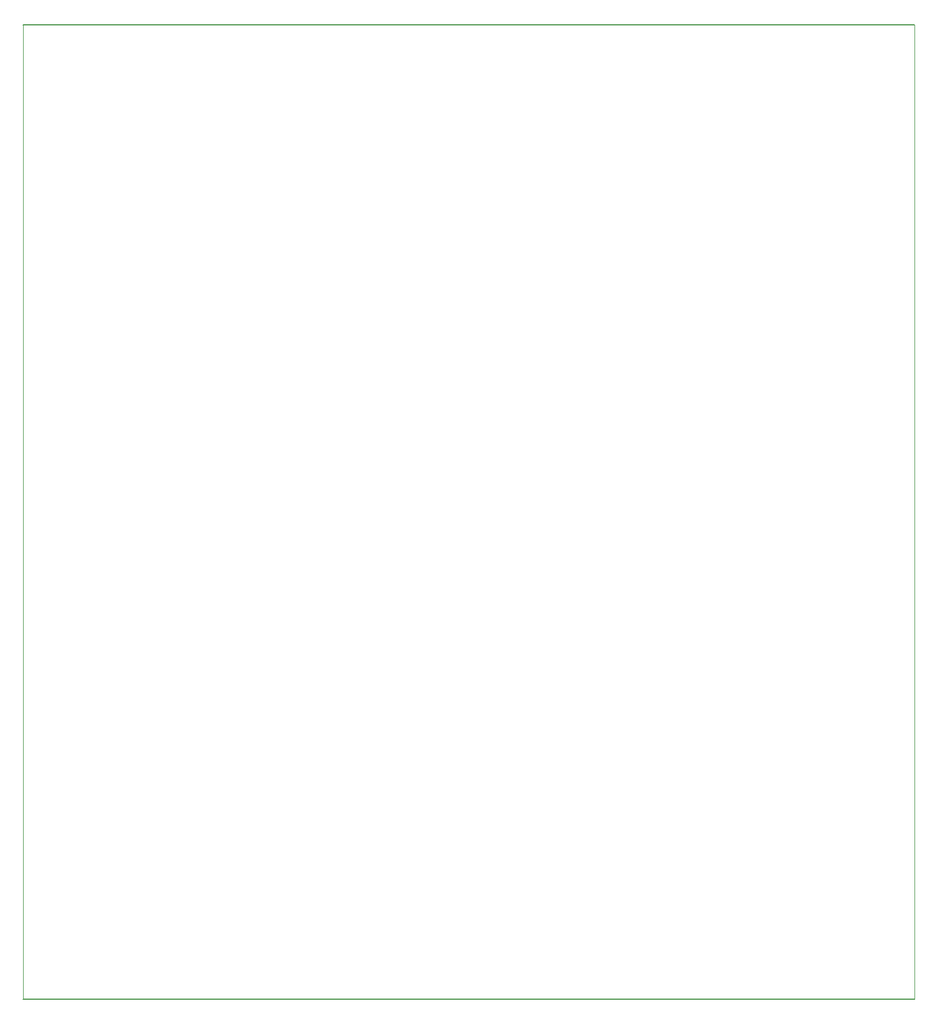
<source format=gbr>
%TF.GenerationSoftware,KiCad,Pcbnew,(5.1.12-1-10_14)*%
%TF.CreationDate,2022-01-04T15:34:02-08:00*%
%TF.ProjectId,pass-tube-array,70617373-2d74-4756-9265-2d6172726179,0.1*%
%TF.SameCoordinates,Original*%
%TF.FileFunction,Profile,NP*%
%FSLAX46Y46*%
G04 Gerber Fmt 4.6, Leading zero omitted, Abs format (unit mm)*
G04 Created by KiCad (PCBNEW (5.1.12-1-10_14)) date 2022-01-04 15:34:02*
%MOMM*%
%LPD*%
G01*
G04 APERTURE LIST*
%TA.AperFunction,Profile*%
%ADD10C,0.050000*%
%TD*%
%TA.AperFunction,Profile*%
%ADD11C,0.150000*%
%TD*%
G04 APERTURE END LIST*
D10*
X167640000Y-210820000D02*
X167640000Y-67945000D01*
X298450000Y-67945000D02*
X298450000Y-210820000D01*
D11*
X167640000Y-210820000D02*
X298450000Y-210820000D01*
X167640000Y-67945000D02*
X298450000Y-67945000D01*
M02*

</source>
